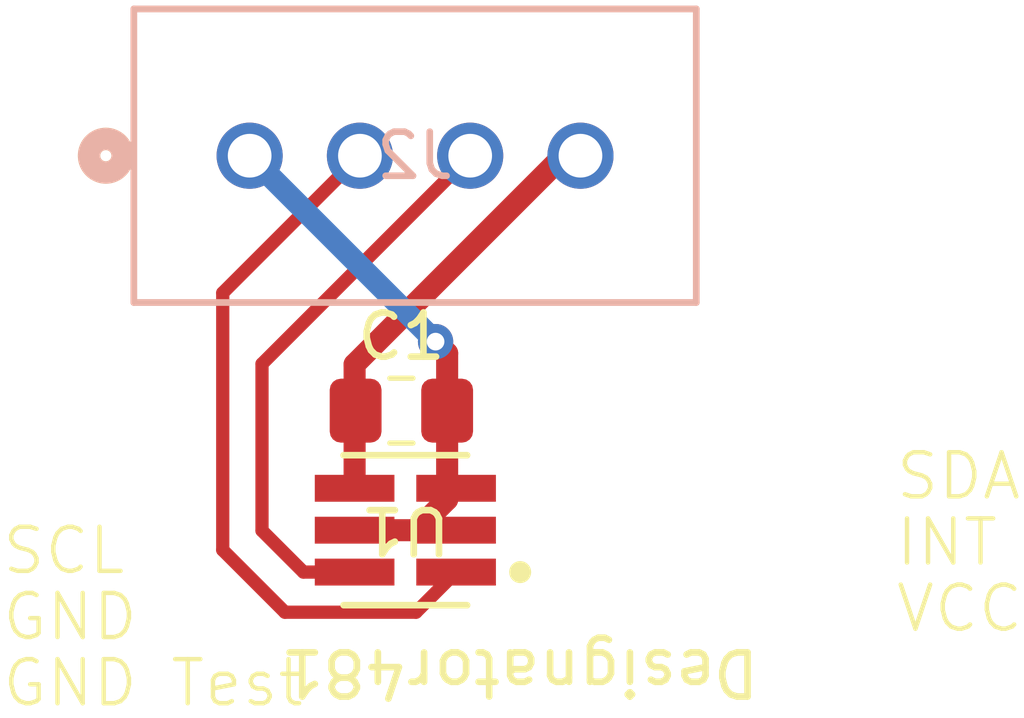
<source format=kicad_pcb>
(kicad_pcb (version 20240108) (generator "pcbnew") (generator_version "8.0")
  (layers (0 "F.Cu" signal) (31 "B.Cu" signal) (34 "B.Paste" user) (35 "F.Paste" user) (36 "B.SilkS" user "B.Silkscreen") (37 "F.SilkS" user "F.Silkscreen") (38 "B.Mask" user) (39 "F.Mask" user) (44 "Edge.Cuts" user))
  (net 0 "")
  (net 1 "GND")
  (net 2 "+3V3")
  (net 3 "SCA")
  (net 4 "SCL")
  (footprint "TMAG5273A1QDBVT:DBV0006A-IPC_A" (layer "F.Cu") (at 49.23 40.28 180)
    (property "Reference" "U1" (at 0 0 180) (layer "F.SilkS"))
    (property "Value" "TMAG5273A1QDBVT")
    (fp_line (start -1.4 1.699999) (end 1.4 1.699999) (stroke (width 0.15)) (layer "F.SilkS"))
    (fp_line (start -1.4 -1.699999) (end 1.4 -1.699999) (stroke (width 0.15)) (layer "F.SilkS"))
    (fp_circle (center -2.603101 -0.950001) (end -2.4781 -0.950001) (stroke (width 0.25)) (fill none) (layer "F.SilkS"))
    (fp_text user "Designator481" (at -2.5908 -3.2258 180) (layer "F.SilkS"))
    (pad "1" smd rect (at -1.150483 -0.950001 180) (size 1.805236 0.609806) (layers "F.Cu" "F.Paste" "F.Mask") (net 4 "SCL"))
    (pad "2" smd rect (at -1.150483 0 180) (size 1.805236 0.609806) (layers "F.Cu" "F.Paste" "F.Mask") (net 1 "GND"))
    (pad "3" smd rect (at -1.150483 0.950001 180) (size 1.805236 0.609806) (layers "F.Cu" "F.Paste" "F.Mask") (net 1 "GND"))
    (pad "4" smd rect (at 1.150483 0.950001 180) (size 1.805236 0.609806) (layers "F.Cu" "F.Paste" "F.Mask") (net 2 "+3V3"))
    (pad "5" smd rect (at 1.150483 0 180) (size 1.805236 0.609806) (layers "F.Cu" "F.Paste" "F.Mask") (net 1 "GND"))
    (pad "6" smd rect (at 1.150483 -0.950001 180) (size 1.805236 0.609806) (layers "F.Cu" "F.Paste" "F.Mask") (net 3 "SCA"))
  )
  (footprint "Capacitor_SMD:C_0805_2012Metric_Pad1.18x1.45mm_HandSolder" (layer "F.Cu") (at 49.14 37.57)
    (property "Reference" "C1" (at 0 -1.68 0) (layer "F.SilkS"))
    (property "Value" "0.01uF")
    (fp_line (start -0.261252 -0.735) (end 0.261252 -0.735) (stroke (width 0.12)) (layer "F.SilkS"))
    (fp_line (start -0.261252 0.735) (end 0.261252 0.735) (stroke (width 0.12)) (layer "F.SilkS"))
    (pad "1" smd roundrect (at -1.0375 0) (size 1.175 1.45) (layers "F.Cu" "F.Paste" "F.Mask") (roundrect_rratio 0.212766) (net 2 "+3V3"))
    (pad "2" smd roundrect (at 1.0375 0) (size 1.175 1.45) (layers "F.Cu" "F.Paste" "F.Mask") (roundrect_rratio 0.212766) (net 1 "GND"))
  )
  (footprint "B04B_XASK_1:CONN_B04B-XASK-1_JST" (layer "B.Cu") (at 45.7 31.79 180)
    (property "Reference" "J2" (at -3.75 0 0) (layer "B.SilkS") (effects (justify mirror)))
    (property "Value" "Conn_01x04_Pin")
    (fp_line (start 2.6254 3.327001) (end 2.6254 -3.327799) (stroke (width 0.1524)) (layer "B.SilkS"))
    (fp_line (start 2.6254 -3.327799) (end -10.1254 -3.327799) (stroke (width 0.1524)) (layer "B.SilkS"))
    (fp_line (start -10.1254 3.327001) (end 2.6254 3.327001) (stroke (width 0.1524)) (layer "B.SilkS"))
    (fp_line (start -10.1254 -3.327799) (end -10.1254 3.327001) (stroke (width 0.1524)) (layer "B.SilkS"))
    (fp_circle (center 3.2604 0) (end 3.6414 0) (stroke (width 0.508)) (fill none) (layer "B.SilkS"))
    (fp_circle (center 3.2604 0) (end 3.6414 0) (stroke (width 0.508)) (fill none) (layer "F.SilkS"))
    (pad "1" thru_hole circle (at 0 0 180) (size 1.4986 1.4986) (drill 0.9906) (layers "*.Cu" "*.Mask" "In1.Cu" "In2.Cu" "In3.Cu" "In4.Cu" "In5.Cu" "In6.Cu" "In7.Cu" "In8.Cu" "In9.Cu" "In10.Cu" "In11.Cu" "In12.Cu" "In13.Cu" "In14.Cu" "In15.Cu" "In16.Cu" "In17.Cu" "In18.Cu" "In19.Cu" "In20.Cu" "In21.Cu" "In22.Cu" "In23.Cu" "In24.Cu" "In25.Cu" "In26.Cu" "In27.Cu" "In28.Cu" "In29.Cu" "In30.Cu") (net 1 "GND"))
    (pad "2" thru_hole circle (at -2.5 0 180) (size 1.4986 1.4986) (drill 0.9906) (layers "*.Cu" "*.Mask" "In1.Cu" "In2.Cu" "In3.Cu" "In4.Cu" "In5.Cu" "In6.Cu" "In7.Cu" "In8.Cu" "In9.Cu" "In10.Cu" "In11.Cu" "In12.Cu" "In13.Cu" "In14.Cu" "In15.Cu" "In16.Cu" "In17.Cu" "In18.Cu" "In19.Cu" "In20.Cu" "In21.Cu" "In22.Cu" "In23.Cu" "In24.Cu" "In25.Cu" "In26.Cu" "In27.Cu" "In28.Cu" "In29.Cu" "In30.Cu") (net 4 "SCL"))
    (pad "3" thru_hole circle (at -5 0 180) (size 1.4986 1.4986) (drill 0.9906) (layers "*.Cu" "*.Mask" "In1.Cu" "In2.Cu" "In3.Cu" "In4.Cu" "In5.Cu" "In6.Cu" "In7.Cu" "In8.Cu" "In9.Cu" "In10.Cu" "In11.Cu" "In12.Cu" "In13.Cu" "In14.Cu" "In15.Cu" "In16.Cu" "In17.Cu" "In18.Cu" "In19.Cu" "In20.Cu" "In21.Cu" "In22.Cu" "In23.Cu" "In24.Cu" "In25.Cu" "In26.Cu" "In27.Cu" "In28.Cu" "In29.Cu" "In30.Cu") (net 3 "SCA"))
    (pad "4" thru_hole circle (at -7.5 0 180) (size 1.4986 1.4986) (drill 0.9906) (layers "*.Cu" "*.Mask" "In1.Cu" "In2.Cu" "In3.Cu" "In4.Cu" "In5.Cu" "In6.Cu" "In7.Cu" "In8.Cu" "In9.Cu" "In10.Cu" "In11.Cu" "In12.Cu" "In13.Cu" "In14.Cu" "In15.Cu" "In16.Cu" "In17.Cu" "In18.Cu" "In19.Cu" "In20.Cu" "In21.Cu" "In22.Cu" "In23.Cu" "In24.Cu" "In25.Cu" "In26.Cu" "In27.Cu" "In28.Cu" "In29.Cu" "In30.Cu") (net 2 "+3V3"))
  )
  (gr_text "INT" (at 60.3 41.14 0) (layer "F.SilkS") (effects (font (size 1 1) (thickness 0.1)) (justify left bottom)))
  (gr_text "VCC" (at 60.3 42.64 0) (layer "F.SilkS") (effects (font (size 1 1) (thickness 0.1)) (justify left bottom)))
  (gr_text "GND" (at 40.04 42.83 0) (layer "F.SilkS") (effects (font (size 1 1) (thickness 0.1)) (justify left bottom)))
  (gr_text "SCL" (at 40.04 41.33 0) (layer "F.SilkS") (effects (font (size 1 1) (thickness 0.1)) (justify left bottom)))
  (gr_text "SDA" (at 60.3 39.64 0) (layer "F.SilkS") (effects (font (size 1 1) (thickness 0.1)) (justify left bottom)))
  (gr_text "GND Test" (at 40.04 44.33 0) (layer "F.SilkS") (effects (font (size 1 1) (thickness 0.1)) (justify left bottom)))
  (segment (start 49.915 36.005) (end 50.1775 36.2675) (width 0.5) (layer "F.Cu") (net 1))
  (segment (start 49.482135 40.28) (end 48.079517 40.28) (width 0.5) (layer "F.Cu") (net 1))
  (segment (start 50.1775 37.57) (end 50.1775 39.584635) (width 0.5) (layer "F.Cu") (net 1))
  (segment (start 50.1775 39.584635) (end 49.482135 40.28) (width 0.5) (layer "F.Cu") (net 1))
  (segment (start 50.1775 36.2675) (end 50.1775 37.57) (width 0.5) (layer "F.Cu") (net 1))
  (via (at 49.915 36.005) (size 0.8) (drill 0.4) (layers "F.Cu" "B.Cu") (net 1))
  (segment (start 45.7 31.79) (end 49.915 36.005) (width 0.5) (layer "B.Cu") (net 1))
  (segment (start 52.81 31.79) (end 48.079517 36.520483) (width 0.5) (layer "F.Cu") (net 2))
  (segment (start 48.079517 36.520483) (end 48.079517 39.329999) (width 0.5) (layer "F.Cu") (net 2))
  (segment (start 53.2 31.79) (end 52.81 31.79) (width 0.5) (layer "F.Cu") (net 2))
  (segment (start 50.7 31.79) (end 45.98 36.51) (width 0.3) (layer "F.Cu") (net 3))
  (segment (start 45.98 36.51) (end 45.98 40.29) (width 0.3) (layer "F.Cu") (net 3))
  (segment (start 45.98 40.29) (end 46.920001 41.230001) (width 0.3) (layer "F.Cu") (net 3))
  (segment (start 46.920001 41.230001) (end 48.079517 41.230001) (width 0.3) (layer "F.Cu") (net 3))
  (segment (start 48.2 31.79) (end 45.09 34.9) (width 0.3) (layer "F.Cu") (net 4))
  (segment (start 45.09 40.73) (end 46.5 42.14) (width 0.3) (layer "F.Cu") (net 4))
  (segment (start 46.5 42.14) (end 49.470484 42.14) (width 0.3) (layer "F.Cu") (net 4))
  (segment (start 45.09 34.9) (end 45.09 40.73) (width 0.3) (layer "F.Cu") (net 4))
  (segment (start 49.470484 42.14) (end 50.380483 41.230001) (width 0.3) (layer "F.Cu") (net 4))
)
</source>
